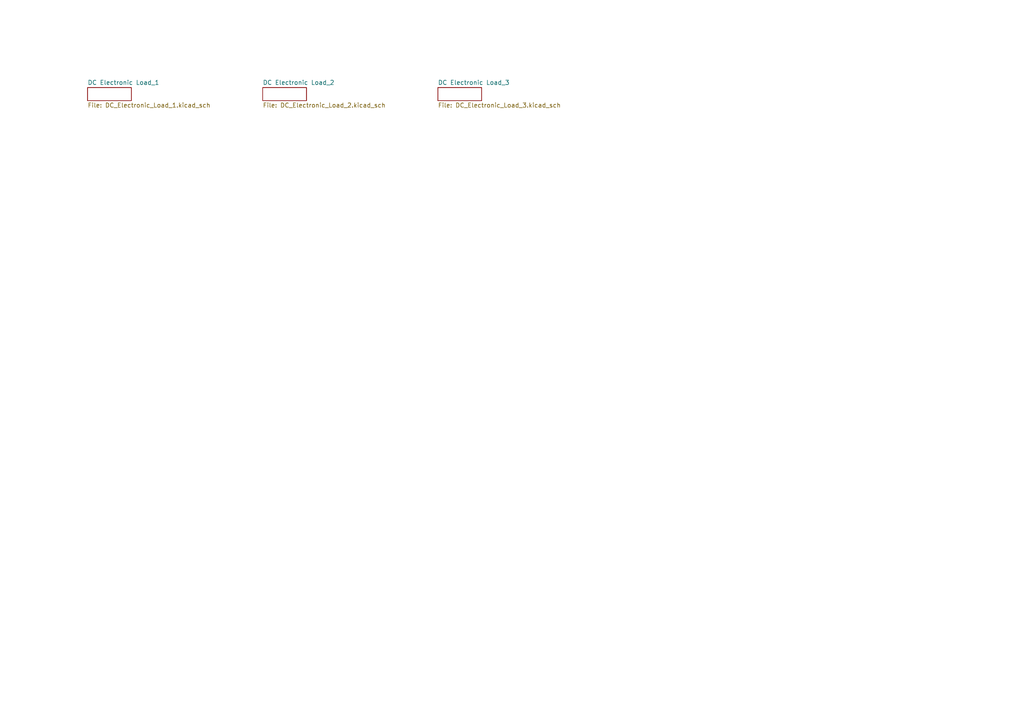
<source format=kicad_sch>
(kicad_sch (version 20230121) (generator eeschema)
  (paper "A4")
  (lib_symbols)
  (sheet (at 76.2 25.4) (size 12.7 3.81)
    (property "Sheetname" "DC Electronic Load_2" (at 76.2 24.6884 0) (effects (justify left bottom)))
    (property "Sheetfile" "DC_Electronic_Load_2.kicad_sch" (at 76.2 29.7946 0) (effects (justify left top)))
  )
  (sheet (at 127 25.4) (size 12.7 3.81)
    (property "Sheetname" "DC Electronic Load_3" (at 127 24.6884 0) (effects (justify left bottom)))
    (property "Sheetfile" "DC_Electronic_Load_3.kicad_sch" (at 127 29.7946 0) (effects (justify left top)))
  )
  (sheet (at 25.4 25.4) (size 12.7 3.81)
    (property "Sheetname" "DC Electronic Load_1" (at 25.4 24.6884 0) (effects (justify left bottom)))
    (property "Sheetfile" "DC_Electronic_Load_1.kicad_sch" (at 25.4 29.7946 0) (effects (justify left top)))
  )
)
</source>
